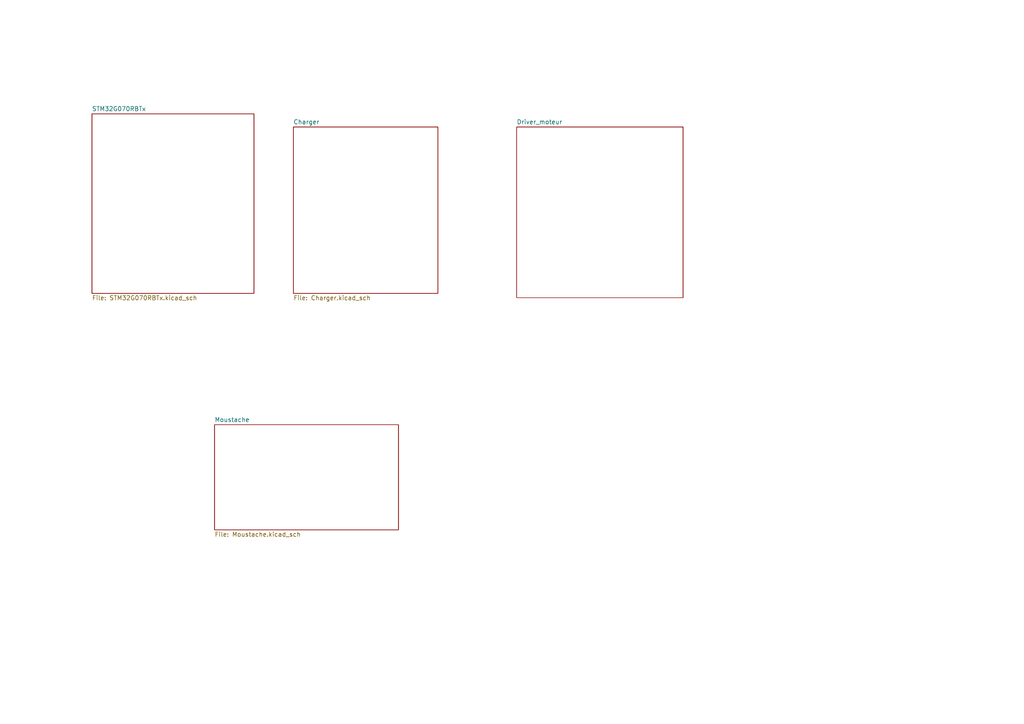
<source format=kicad_sch>
(kicad_sch (version 20230121) (generator eeschema)

  (uuid ae6948d5-1dc0-45d1-b607-44e44d4b2b44)

  (paper "A4")

  (title_block
    (title "Carte éléctronique Ludzinator")
    (date "2023-09-19")
    (rev "GILLES Baptiste")
  )

  (lib_symbols
  )


  (sheet (at 149.86 36.83) (size 48.26 49.53) (fields_autoplaced)
    (stroke (width 0.1524) (type solid))
    (fill (color 0 0 0 0.0000))
    (uuid 29ef3ad0-9a27-4625-86ca-e3237d209475)
    (property "Sheetname" "Driver_moteur" (at 149.86 36.1184 0)
      (effects (font (size 1.27 1.27)) (justify left bottom))
    )
    (property "Sheetfile" "MoteurProjet_sch.kicad_sch" (at 149.86 86.9446 0)
      (effects (font (size 1.27 1.27)) (justify left top) hide)
    )
    (instances
      (project "Kyttiludzinator"
        (path "/ae6948d5-1dc0-45d1-b607-44e44d4b2b44" (page "4"))
      )
    )
  )

  (sheet (at 26.67 33.02) (size 46.99 52.07) (fields_autoplaced)
    (stroke (width 0.1524) (type solid))
    (fill (color 0 0 0 0.0000))
    (uuid 71528f02-33a0-49c9-abcb-9007a031c95a)
    (property "Sheetname" "STM32G070RBTx" (at 26.67 32.3084 0)
      (effects (font (size 1.27 1.27)) (justify left bottom))
    )
    (property "Sheetfile" "STM32G070RBTx.kicad_sch" (at 26.67 85.6746 0)
      (effects (font (size 1.27 1.27)) (justify left top))
    )
    (instances
      (project "Kyttiludzinator"
        (path "/ae6948d5-1dc0-45d1-b607-44e44d4b2b44" (page "2"))
      )
    )
  )

  (sheet (at 85.09 36.83) (size 41.91 48.26) (fields_autoplaced)
    (stroke (width 0.1524) (type solid))
    (fill (color 0 0 0 0.0000))
    (uuid a7615b68-eaec-40b2-84b5-a1a21f69b043)
    (property "Sheetname" "Charger" (at 85.09 36.1184 0)
      (effects (font (size 1.27 1.27)) (justify left bottom))
    )
    (property "Sheetfile" "Charger.kicad_sch" (at 85.09 85.6746 0)
      (effects (font (size 1.27 1.27)) (justify left top))
    )
    (instances
      (project "Kyttiludzinator"
        (path "/ae6948d5-1dc0-45d1-b607-44e44d4b2b44" (page "3"))
      )
    )
  )

  (sheet (at 62.23 123.19) (size 53.34 30.48) (fields_autoplaced)
    (stroke (width 0.1524) (type solid))
    (fill (color 0 0 0 0.0000))
    (uuid f36161ad-3a1f-4728-bb96-7d7ecbaa85c4)
    (property "Sheetname" "Moustache" (at 62.23 122.4784 0)
      (effects (font (size 1.27 1.27)) (justify left bottom))
    )
    (property "Sheetfile" "Moustache.kicad_sch" (at 62.23 154.2546 0)
      (effects (font (size 1.27 1.27)) (justify left top))
    )
    (instances
      (project "Kyttiludzinator"
        (path "/ae6948d5-1dc0-45d1-b607-44e44d4b2b44" (page "5"))
      )
    )
  )

  (sheet_instances
    (path "/" (page "1"))
  )
)

</source>
